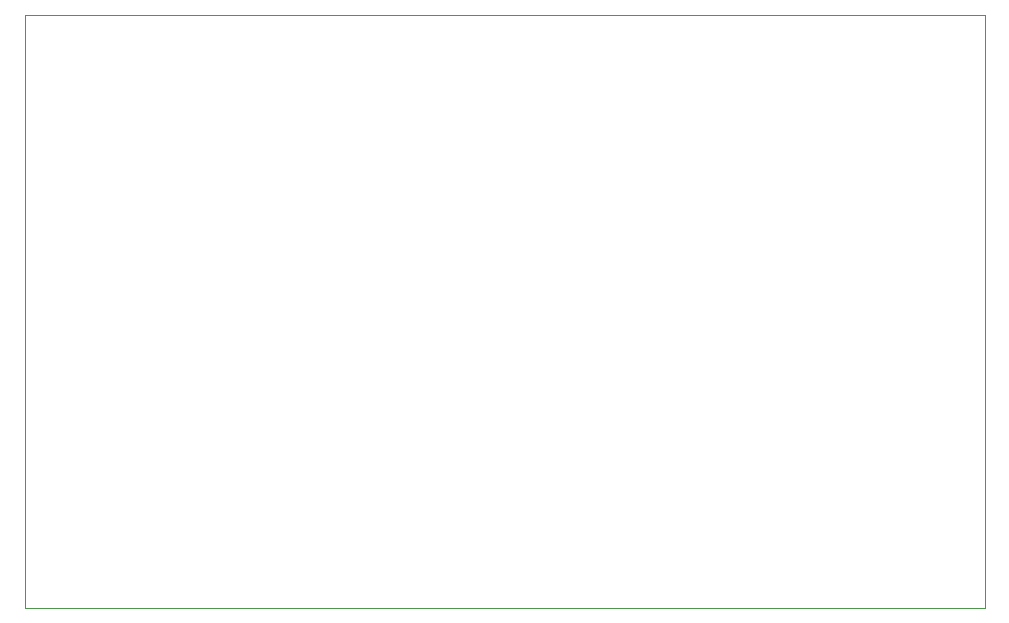
<source format=gbr>
G04 #@! TF.GenerationSoftware,KiCad,Pcbnew,(5.1.4-0-10_14)*
G04 #@! TF.CreationDate,2019-12-07T10:25:11-08:00*
G04 #@! TF.ProjectId,slow-clock,736c6f77-2d63-46c6-9f63-6b2e6b696361,rev?*
G04 #@! TF.SameCoordinates,Original*
G04 #@! TF.FileFunction,Profile,NP*
%FSLAX46Y46*%
G04 Gerber Fmt 4.6, Leading zero omitted, Abs format (unit mm)*
G04 Created by KiCad (PCBNEW (5.1.4-0-10_14)) date 2019-12-07 10:25:11*
%MOMM*%
%LPD*%
G04 APERTURE LIST*
%ADD10C,0.100000*%
G04 APERTURE END LIST*
D10*
X24130000Y-48895000D02*
X24130000Y-19050000D01*
X24130000Y-55245000D02*
X24130000Y-48895000D01*
X24130000Y-69215000D02*
X24130000Y-55245000D01*
X105410000Y-69215000D02*
X24130000Y-69215000D01*
X105410000Y-19050000D02*
X105410000Y-69215000D01*
X24130000Y-19050000D02*
X105410000Y-19050000D01*
M02*

</source>
